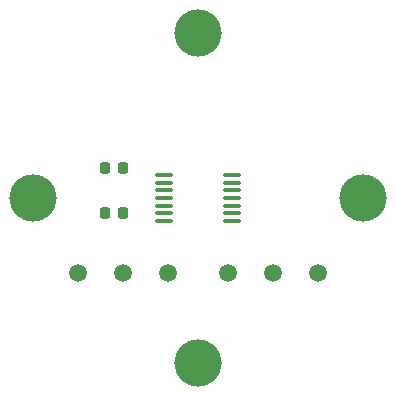
<source format=gbr>
%TF.GenerationSoftware,KiCad,Pcbnew,9.0.6*%
%TF.CreationDate,2026-01-10T16:59:14-06:00*%
%TF.ProjectId,hall_effect_breakout,68616c6c-5f65-4666-9665-63745f627265,rev?*%
%TF.SameCoordinates,Original*%
%TF.FileFunction,Soldermask,Bot*%
%TF.FilePolarity,Negative*%
%FSLAX46Y46*%
G04 Gerber Fmt 4.6, Leading zero omitted, Abs format (unit mm)*
G04 Created by KiCad (PCBNEW 9.0.6) date 2026-01-10 16:59:14*
%MOMM*%
%LPD*%
G01*
G04 APERTURE LIST*
G04 Aperture macros list*
%AMRoundRect*
0 Rectangle with rounded corners*
0 $1 Rounding radius*
0 $2 $3 $4 $5 $6 $7 $8 $9 X,Y pos of 4 corners*
0 Add a 4 corners polygon primitive as box body*
4,1,4,$2,$3,$4,$5,$6,$7,$8,$9,$2,$3,0*
0 Add four circle primitives for the rounded corners*
1,1,$1+$1,$2,$3*
1,1,$1+$1,$4,$5*
1,1,$1+$1,$6,$7*
1,1,$1+$1,$8,$9*
0 Add four rect primitives between the rounded corners*
20,1,$1+$1,$2,$3,$4,$5,0*
20,1,$1+$1,$4,$5,$6,$7,0*
20,1,$1+$1,$6,$7,$8,$9,0*
20,1,$1+$1,$8,$9,$2,$3,0*%
G04 Aperture macros list end*
%ADD10C,1.500000*%
%ADD11C,4.000000*%
%ADD12RoundRect,0.225000X0.225000X0.250000X-0.225000X0.250000X-0.225000X-0.250000X0.225000X-0.250000X0*%
%ADD13RoundRect,0.100000X0.637500X0.100000X-0.637500X0.100000X-0.637500X-0.100000X0.637500X-0.100000X0*%
G04 APERTURE END LIST*
D10*
%TO.C,5V*%
X91440000Y-107950000D03*
%TD*%
%TO.C,GND*%
X111760000Y-107950000D03*
%TD*%
D11*
%TO.C,H10*%
X115570000Y-101600000D03*
%TD*%
%TO.C,H11*%
X87630000Y-101600000D03*
%TD*%
%TO.C,H12*%
X101600000Y-115570000D03*
%TD*%
%TO.C,H13*%
X101600000Y-87630000D03*
%TD*%
D10*
%TO.C,TMP*%
X95250000Y-107950000D03*
%TD*%
D12*
%TO.C,C1*%
X93700000Y-99060000D03*
X95250000Y-99060000D03*
%TD*%
%TO.C,C2*%
X93700000Y-102870000D03*
X95250000Y-102870000D03*
%TD*%
D13*
%TO.C,U1*%
X104462500Y-99650000D03*
X104462500Y-100300000D03*
X104462500Y-100950000D03*
X104462500Y-101600000D03*
X104462500Y-102250000D03*
X104462500Y-102900000D03*
X104462500Y-103550000D03*
X98737500Y-103550000D03*
X98737500Y-102900000D03*
X98737500Y-102250000D03*
X98737500Y-101600000D03*
X98737500Y-100950000D03*
X98737500Y-100300000D03*
X98737500Y-99650000D03*
%TD*%
D10*
%TO.C,H1*%
X99060000Y-107950000D03*
%TD*%
%TO.C,H2*%
X104140000Y-107950000D03*
%TD*%
%TO.C,H3*%
X107950000Y-107950000D03*
%TD*%
M02*

</source>
